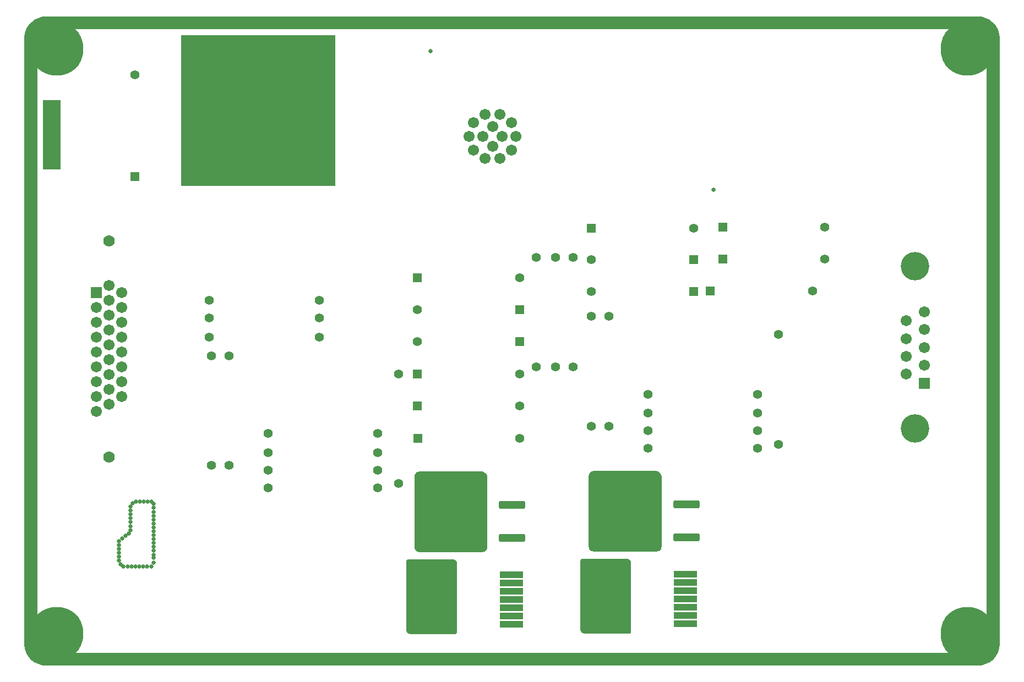
<source format=gbr>
%TF.GenerationSoftware,Altium Limited,Altium Designer,24.2.2 (26)*%
G04 Layer_Color=16711935*
%FSLAX45Y45*%
%MOMM*%
%TF.SameCoordinates,2C43E8B5-FC8E-40A2-A425-C8743FE8A27F*%
%TF.FilePolarity,Negative*%
%TF.FileFunction,Soldermask,Bot*%
%TF.Part,Single*%
G01*
G75*
%TA.AperFunction,ComponentPad*%
%ADD84C,1.42240*%
%ADD85R,1.42240X1.42240*%
%ADD86C,1.30000*%
%ADD87R,1.30000X1.30000*%
%ADD90R,1.42240X1.42240*%
%TA.AperFunction,SMDPad,CuDef*%
%ADD115R,9.91000X8.30000*%
%TA.AperFunction,NonConductor*%
%ADD126R,2.70000X10.70000*%
%ADD127R,23.80000X23.30000*%
%TA.AperFunction,ComponentPad*%
%ADD175C,1.70320*%
%ADD176C,1.40320*%
%ADD177R,1.70320X1.70320*%
%ADD178C,1.77820*%
%ADD179C,1.71120*%
%ADD180R,1.71120X1.71120*%
%ADD181C,4.36920*%
%TA.AperFunction,ViaPad*%
%ADD182C,4.20320*%
%ADD183C,8.20320*%
%ADD184C,0.65320*%
%TA.AperFunction,SMDPad,CuDef*%
G04:AMPARAMS|DCode=185|XSize=4.1332mm|YSize=1.2632mm|CornerRadius=0.3666mm|HoleSize=0mm|Usage=FLASHONLY|Rotation=180.000|XOffset=0mm|YOffset=0mm|HoleType=Round|Shape=RoundedRectangle|*
%AMROUNDEDRECTD185*
21,1,4.13320,0.53000,0,0,180.0*
21,1,3.40000,1.26320,0,0,180.0*
1,1,0.73320,-1.70000,0.26500*
1,1,0.73320,1.70000,0.26500*
1,1,0.73320,1.70000,-0.26500*
1,1,0.73320,-1.70000,-0.26500*
%
%ADD185ROUNDEDRECTD185*%
%ADD186R,6.80720X10.68320*%
%ADD187R,3.60320X1.10320*%
G36*
X12336252Y5596541D02*
X12352631Y5589757D01*
X12367371Y5579907D01*
X12379907Y5567371D01*
X12389757Y5552631D01*
X12396541Y5536252D01*
X12400000Y5518864D01*
Y5510000D01*
Y4440000D01*
Y4432121D01*
X12396925Y4416665D01*
X12390895Y4402106D01*
X12382140Y4389003D01*
X12370997Y4377860D01*
X12357894Y4369105D01*
X12343335Y4363074D01*
X12327879Y4360000D01*
X11352121D01*
X11336665Y4363074D01*
X11322106Y4369105D01*
X11309003Y4377860D01*
X11297860Y4389003D01*
X11289105Y4402106D01*
X11283074Y4416665D01*
X11280000Y4432121D01*
Y4440000D01*
Y5520000D01*
Y5527879D01*
X11283074Y5543335D01*
X11289105Y5557894D01*
X11297860Y5570997D01*
X11309003Y5582140D01*
X11322106Y5590895D01*
X11336665Y5596926D01*
X11352121Y5600000D01*
X12318864D01*
X12336252Y5596541D01*
D02*
G37*
G36*
X9657466Y5587754D02*
X9673845Y5580969D01*
X9688585Y5571120D01*
X9701121Y5558584D01*
X9710971Y5543843D01*
X9717755Y5527464D01*
X9721214Y5510076D01*
Y5501212D01*
Y4431212D01*
Y4423333D01*
X9718139Y4407877D01*
X9712109Y4393318D01*
X9703354Y4380215D01*
X9692210Y4369072D01*
X9679108Y4360317D01*
X9664549Y4354286D01*
X9649093Y4351212D01*
X8673334D01*
X8657879Y4354286D01*
X8643320Y4360317D01*
X8630217Y4369072D01*
X8619073Y4380215D01*
X8610319Y4393318D01*
X8604288Y4407877D01*
X8601214Y4423333D01*
Y4431212D01*
Y5511212D01*
Y5519091D01*
X8604288Y5534547D01*
X8610319Y5549106D01*
X8619073Y5562209D01*
X8630217Y5573352D01*
X8643320Y5582107D01*
X8657879Y5588138D01*
X8673334Y5591212D01*
X9640078D01*
X9657466Y5587754D01*
D02*
G37*
G36*
X11903987Y4240865D02*
X11920865Y4223987D01*
X11930000Y4201935D01*
Y4190000D01*
Y3130000D01*
Y3124032D01*
X11925432Y3113006D01*
X11916993Y3104567D01*
X11905967Y3100000D01*
X11213105D01*
X11199582Y3102690D01*
X11186842Y3107967D01*
X11175377Y3115627D01*
X11165627Y3125377D01*
X11157967Y3136842D01*
X11152690Y3149582D01*
X11150000Y3163105D01*
Y3170000D01*
Y4210000D01*
Y4217956D01*
X11156089Y4232658D01*
X11167341Y4243910D01*
X11182043Y4250000D01*
X11881935D01*
X11903987Y4240865D01*
D02*
G37*
G36*
X9225201Y4232078D02*
X9242079Y4215199D01*
X9251214Y4193147D01*
Y4181212D01*
Y3121212D01*
Y3115245D01*
X9246646Y3104219D01*
X9238207Y3095779D01*
X9227181Y3091212D01*
X8534319D01*
X8520796Y3093902D01*
X8508056Y3099179D01*
X8496591Y3106840D01*
X8486841Y3116590D01*
X8479180Y3128055D01*
X8473904Y3140794D01*
X8471214Y3154318D01*
Y3161212D01*
Y4201212D01*
Y4209169D01*
X8477303Y4223870D01*
X8488555Y4235123D01*
X8503257Y4241212D01*
X9203148D01*
X9225201Y4232078D01*
D02*
G37*
G36*
X17325117Y12593095D02*
X17368211Y12581549D01*
X17409431Y12564474D01*
X17448067Y12542168D01*
X17483463Y12515009D01*
X17515009Y12483461D01*
X17542169Y12448066D01*
X17564474Y12409431D01*
X17581549Y12368212D01*
X17593095Y12325118D01*
X17598920Y12280886D01*
Y12258578D01*
Y2941421D01*
Y2919115D01*
X17593095Y2874881D01*
X17581549Y2831788D01*
X17564474Y2790568D01*
X17542169Y2751932D01*
X17515009Y2716538D01*
X17483463Y2684990D01*
X17448067Y2657830D01*
X17409431Y2635525D01*
X17368211Y2618451D01*
X17325117Y2606904D01*
X17280885Y2601081D01*
X2919115D01*
X2874883Y2606904D01*
X2831788Y2618451D01*
X2790568Y2635525D01*
X2751932Y2657831D01*
X2716538Y2684990D01*
X2684990Y2716538D01*
X2657830Y2751934D01*
X2635525Y2790569D01*
X2618451Y2831788D01*
X2606904Y2874881D01*
X2601081Y2919115D01*
Y2941421D01*
Y12199999D01*
X2783322D01*
X2787405Y12199997D01*
X2796717Y12197886D01*
X2800480Y12196573D01*
X2801647Y12195764D01*
X2800941Y12196412D01*
X2801747Y12196131D01*
X2805184Y12193312D01*
X2810335Y12184681D01*
X2814184Y12175390D01*
X2814183Y12156125D01*
X2807719Y12140523D01*
X2799999Y12131519D01*
X2799997Y12131517D01*
X2799998Y12131516D01*
X2800000Y3054000D01*
X2801223Y3029103D01*
X2810937Y2980268D01*
X2829992Y2934265D01*
X2857655Y2892864D01*
X2892864Y2857655D01*
X2934265Y2829992D01*
X2980268Y2810937D01*
X3029103Y2801223D01*
X3054000Y2800000D01*
X17146001D01*
X17170895Y2801223D01*
X17219733Y2810937D01*
X17265735Y2829992D01*
X17307137Y2857655D01*
X17342345Y2892864D01*
X17370007Y2934265D01*
X17389062Y2980268D01*
X17398776Y3029103D01*
X17400000Y3054000D01*
Y12146000D01*
X17398776Y12170896D01*
X17389062Y12219732D01*
X17370007Y12265735D01*
X17342345Y12307136D01*
X17307137Y12342345D01*
X17265735Y12370008D01*
X17219733Y12389063D01*
X17170895Y12398777D01*
X17146001Y12400000D01*
X3000000D01*
X2980397Y12399037D01*
X2941943Y12391388D01*
X2905721Y12376384D01*
X2873121Y12354602D01*
X2845398Y12326879D01*
X2823616Y12294279D01*
X2808612Y12258057D01*
X2800963Y12219603D01*
X2800552Y12211240D01*
X2799926Y12209242D01*
X2794179Y12202864D01*
X2787855Y12200000D01*
X2601081D01*
X2601081Y12212699D01*
Y12280885D01*
X2606904Y12325117D01*
X2618451Y12368212D01*
X2635525Y12409431D01*
X2657831Y12448067D01*
X2684990Y12483461D01*
X2716538Y12515009D01*
X2751934Y12542169D01*
X2790569Y12564475D01*
X2831788Y12581549D01*
X2874881Y12593095D01*
X2919113Y12598919D01*
X17280885D01*
X17325117Y12593095D01*
D02*
G37*
%LPC*%
G36*
X2801647Y12195764D02*
X2806232Y12191557D01*
X2805184Y12193312D01*
X2801647Y12195764D01*
D02*
G37*
%LPD*%
D84*
X4300000Y11700000D02*
D03*
X10220000Y6100000D02*
D03*
X8648021Y7594002D02*
D03*
Y8084002D02*
D03*
X10218021Y6604002D02*
D03*
Y7094002D02*
D03*
X10218021Y8574002D02*
D03*
X11320000Y8850000D02*
D03*
X14910001Y8860000D02*
D03*
X12889999Y9340000D02*
D03*
X14910001Y9350000D02*
D03*
X11320000Y8360000D02*
D03*
X14720000Y8370000D02*
D03*
D85*
X4300000Y10130000D02*
D03*
D86*
X6182000Y11401000D02*
D03*
Y10893000D02*
D03*
X5928000Y11147000D02*
D03*
X6002395Y11326605D02*
D03*
X6361605D02*
D03*
X6002395Y10967395D02*
D03*
X6361605D02*
D03*
D87*
X6436000Y11147000D02*
D03*
D90*
X8650000Y6100000D02*
D03*
X10218021Y7594002D02*
D03*
Y8084002D02*
D03*
X8648021Y6604002D02*
D03*
Y7094002D02*
D03*
X8648021Y8574002D02*
D03*
X12889999Y8850000D02*
D03*
X13339999Y8860000D02*
D03*
X11320000Y9340000D02*
D03*
X13339999Y9350000D02*
D03*
X12889999Y8360000D02*
D03*
X13150000Y8370000D02*
D03*
D115*
X11816000Y4830000D02*
D03*
X9137214Y4821213D02*
D03*
D126*
X3025000Y10775000D02*
D03*
D127*
X6200000Y11145000D02*
D03*
D175*
X10091246Y10538397D02*
D03*
X9911246Y10407620D02*
D03*
X9688754D02*
D03*
X9508754Y10538397D02*
D03*
Y10961603D02*
D03*
X9688754Y11092380D02*
D03*
X10091246Y10961603D02*
D03*
X9911246Y11092380D02*
D03*
X9800000Y10900000D02*
D03*
Y10600000D02*
D03*
X9650000Y10750000D02*
D03*
X9440000D02*
D03*
X10160000D02*
D03*
X9950000D02*
D03*
X3704000Y8114400D02*
D03*
Y7885800D02*
D03*
Y7657200D02*
D03*
Y7428600D02*
D03*
Y7200000D02*
D03*
Y6971400D02*
D03*
Y6742800D02*
D03*
Y6514000D02*
D03*
X3902000Y8457300D02*
D03*
Y8228700D02*
D03*
Y8000100D02*
D03*
Y7771500D02*
D03*
Y7542900D02*
D03*
Y7314300D02*
D03*
Y7085700D02*
D03*
Y6857100D02*
D03*
Y6628500D02*
D03*
X4100000Y8343000D02*
D03*
Y8114400D02*
D03*
Y7885800D02*
D03*
Y7657200D02*
D03*
Y7428600D02*
D03*
Y7200000D02*
D03*
Y6971400D02*
D03*
Y6742800D02*
D03*
D176*
X5748021Y5684003D02*
D03*
Y7374003D02*
D03*
X8038021Y5614002D02*
D03*
X6348021D02*
D03*
X7135997Y7660000D02*
D03*
X5445997D02*
D03*
X5445998Y7960000D02*
D03*
X7135998D02*
D03*
X5445998Y8230001D02*
D03*
X7135998D02*
D03*
X5478021Y5684003D02*
D03*
Y7374003D02*
D03*
X8358021Y7094002D02*
D03*
Y5404002D02*
D03*
X6348021Y6174002D02*
D03*
X8038021D02*
D03*
Y5344002D02*
D03*
X6348021D02*
D03*
X8038021Y5884002D02*
D03*
X6348021D02*
D03*
X12190000Y6220000D02*
D03*
X13880000D02*
D03*
X12190000Y5950000D02*
D03*
X13880000D02*
D03*
X11320000Y6290000D02*
D03*
Y7980000D02*
D03*
X12190000Y6780000D02*
D03*
X13880000D02*
D03*
X14200000Y7700000D02*
D03*
Y6010000D02*
D03*
X11590000Y6290000D02*
D03*
Y7980000D02*
D03*
X10770000Y8890000D02*
D03*
Y7200000D02*
D03*
X11040000Y8890000D02*
D03*
Y7200000D02*
D03*
X10470000Y7200000D02*
D03*
Y8890000D02*
D03*
X13880000Y6490000D02*
D03*
X12190000D02*
D03*
D177*
X3704000Y8343000D02*
D03*
D178*
X3902000Y9145000D02*
D03*
Y5813000D02*
D03*
D179*
X16158000Y7911000D02*
D03*
Y7637000D02*
D03*
Y7363000D02*
D03*
Y7089000D02*
D03*
X16442000Y8048000D02*
D03*
Y7774000D02*
D03*
Y7500000D02*
D03*
Y7226000D02*
D03*
D180*
Y6952000D02*
D03*
D181*
X16300000Y8749500D02*
D03*
Y6250500D02*
D03*
D182*
X6978470Y10353194D02*
D03*
X5382000Y11947000D02*
D03*
D183*
X17100000Y12100000D02*
D03*
Y3100000D02*
D03*
X3100000D02*
D03*
Y12100000D02*
D03*
D184*
X8850000Y12060000D02*
D03*
X13200000Y9930000D02*
D03*
X4586600Y4261100D02*
D03*
Y4191100D02*
D03*
X4556600Y4131100D02*
D03*
X4486600D02*
D03*
X4426600D02*
D03*
X4366600D02*
D03*
X4306600D02*
D03*
X4246600D02*
D03*
X4186600D02*
D03*
X4126600D02*
D03*
X4076600Y4161100D02*
D03*
X4056600Y4221100D02*
D03*
Y4281100D02*
D03*
Y4341100D02*
D03*
Y4401100D02*
D03*
Y4461100D02*
D03*
Y4521100D02*
D03*
X4106600Y4561100D02*
D03*
X4156600Y4601100D02*
D03*
X4206600Y4641100D02*
D03*
X4236600Y4691100D02*
D03*
Y4751099D02*
D03*
Y4811100D02*
D03*
Y4871099D02*
D03*
Y4931100D02*
D03*
Y4991099D02*
D03*
Y5051100D02*
D03*
X4266600Y5101100D02*
D03*
X4316600Y5131099D02*
D03*
X4376600D02*
D03*
X4436600D02*
D03*
X4496600D02*
D03*
X4556600D02*
D03*
X4586600Y5091100D02*
D03*
Y5031100D02*
D03*
Y4971100D02*
D03*
Y4911100D02*
D03*
Y4851100D02*
D03*
Y4791100D02*
D03*
Y4731100D02*
D03*
Y4671100D02*
D03*
Y4611099D02*
D03*
Y4551100D02*
D03*
Y4491099D02*
D03*
Y4431100D02*
D03*
Y4371099D02*
D03*
Y4311100D02*
D03*
X12672544Y2753116D02*
D03*
X12547544D02*
D03*
X17032022Y12446883D02*
D03*
X16907022D02*
D03*
X16782022D02*
D03*
X16657022D02*
D03*
X16532022D02*
D03*
X16407022D02*
D03*
X16282022D02*
D03*
X16157022D02*
D03*
X16032022D02*
D03*
X15907022D02*
D03*
X15782022D02*
D03*
X15657022D02*
D03*
X15532022D02*
D03*
X15407022D02*
D03*
X15282022D02*
D03*
X15157022D02*
D03*
X15032022D02*
D03*
X14907022D02*
D03*
X14782022D02*
D03*
X14657022D02*
D03*
X14532022D02*
D03*
X14407022D02*
D03*
X14282022D02*
D03*
X14157022D02*
D03*
X14032022D02*
D03*
X13907022D02*
D03*
X13782022D02*
D03*
X13657022D02*
D03*
X13532022D02*
D03*
X13407022D02*
D03*
X13282022D02*
D03*
X13157022D02*
D03*
X13032022D02*
D03*
X12907022D02*
D03*
X12782022D02*
D03*
X12657022D02*
D03*
X12532022D02*
D03*
X12407022D02*
D03*
X12282022D02*
D03*
X12157022D02*
D03*
X12032022D02*
D03*
X11907022D02*
D03*
X11782022D02*
D03*
X11657022D02*
D03*
X11532022D02*
D03*
X11407022D02*
D03*
X11282022D02*
D03*
X11157022D02*
D03*
X11032022D02*
D03*
X10907022D02*
D03*
X10782022D02*
D03*
X10657022D02*
D03*
X10532022D02*
D03*
X10407022D02*
D03*
X10282022D02*
D03*
X10157022D02*
D03*
X10032022D02*
D03*
X9907022D02*
D03*
X9782022D02*
D03*
X9657022D02*
D03*
X9532022D02*
D03*
X9407022D02*
D03*
X9282022D02*
D03*
X9157022D02*
D03*
X9032022D02*
D03*
X8907022D02*
D03*
X8782022D02*
D03*
X8657022D02*
D03*
X8532022D02*
D03*
X8407022D02*
D03*
X8282022D02*
D03*
X8157022D02*
D03*
X8032022D02*
D03*
X7907022D02*
D03*
X7782022D02*
D03*
X7657022D02*
D03*
X7532022D02*
D03*
X7407022D02*
D03*
X7282022D02*
D03*
X7157022D02*
D03*
X7032021D02*
D03*
X6907021D02*
D03*
X6782021D02*
D03*
X6657021D02*
D03*
X6532021D02*
D03*
X6407021D02*
D03*
X6282021D02*
D03*
X6157021D02*
D03*
X6032021D02*
D03*
X5907021D02*
D03*
X5782021D02*
D03*
X5657021D02*
D03*
X5532021D02*
D03*
X5407021D02*
D03*
X5282021D02*
D03*
X5157021D02*
D03*
X5032021D02*
D03*
X4907021D02*
D03*
X4782021D02*
D03*
X4657021D02*
D03*
X4532021D02*
D03*
X4407021D02*
D03*
X4282021D02*
D03*
X4157021D02*
D03*
X4032021D02*
D03*
X3907021D02*
D03*
X3782021D02*
D03*
X3657021D02*
D03*
X3532021D02*
D03*
X3407021D02*
D03*
X3282021D02*
D03*
X3157021D02*
D03*
X3032035Y12445035D02*
D03*
X2911881Y12410566D02*
D03*
X2816573Y12329688D02*
D03*
X2762667Y12216909D02*
D03*
X2753117Y12092274D02*
D03*
Y11967274D02*
D03*
Y11842274D02*
D03*
Y11717274D02*
D03*
Y11592274D02*
D03*
Y11467274D02*
D03*
Y11342274D02*
D03*
Y11217274D02*
D03*
Y11092274D02*
D03*
Y10967274D02*
D03*
Y10842274D02*
D03*
Y10717274D02*
D03*
Y10592274D02*
D03*
Y10467274D02*
D03*
Y10342274D02*
D03*
Y10217274D02*
D03*
Y10092274D02*
D03*
Y9967274D02*
D03*
Y9842274D02*
D03*
Y9717274D02*
D03*
Y9592274D02*
D03*
Y9467274D02*
D03*
Y9342274D02*
D03*
Y9217274D02*
D03*
Y9092274D02*
D03*
Y8967274D02*
D03*
Y8842274D02*
D03*
Y8717274D02*
D03*
Y8592274D02*
D03*
Y8467274D02*
D03*
Y8342274D02*
D03*
Y8217274D02*
D03*
Y8092274D02*
D03*
Y7967274D02*
D03*
Y7842274D02*
D03*
Y7717274D02*
D03*
Y7592274D02*
D03*
Y7467274D02*
D03*
Y7342274D02*
D03*
Y7217274D02*
D03*
Y7092274D02*
D03*
Y6967274D02*
D03*
Y6842274D02*
D03*
Y6717274D02*
D03*
Y6592274D02*
D03*
Y6467274D02*
D03*
Y6342274D02*
D03*
Y6217274D02*
D03*
Y6092274D02*
D03*
Y5967274D02*
D03*
Y5842274D02*
D03*
Y5717274D02*
D03*
Y5592274D02*
D03*
Y5467274D02*
D03*
Y5342274D02*
D03*
Y5217274D02*
D03*
Y5092274D02*
D03*
Y4967274D02*
D03*
Y4842274D02*
D03*
Y4717274D02*
D03*
Y4592274D02*
D03*
Y4467274D02*
D03*
Y4342274D02*
D03*
Y4217274D02*
D03*
Y4092274D02*
D03*
Y3967274D02*
D03*
Y3842274D02*
D03*
Y3717274D02*
D03*
Y3592274D02*
D03*
Y3467274D02*
D03*
Y3342274D02*
D03*
Y3217274D02*
D03*
Y3092274D02*
D03*
X2766297Y2967971D02*
D03*
X2826653Y2858508D02*
D03*
X2925903Y2782517D02*
D03*
X3047546Y2753743D02*
D03*
X3172544Y2753116D02*
D03*
X3297544D02*
D03*
X3422544D02*
D03*
X3547544D02*
D03*
X3672544D02*
D03*
X3797544D02*
D03*
X3922544D02*
D03*
X4047544D02*
D03*
X4172544D02*
D03*
X4297544D02*
D03*
X4422544D02*
D03*
X4547544D02*
D03*
X4672544D02*
D03*
X4797544D02*
D03*
X4922544D02*
D03*
X5047544D02*
D03*
X5172544D02*
D03*
X5297544D02*
D03*
X5422544D02*
D03*
X5547544D02*
D03*
X5672544D02*
D03*
X5797544D02*
D03*
X5922544D02*
D03*
X6047544D02*
D03*
X6172544Y2753116D02*
D03*
X6297544D02*
D03*
X6422544D02*
D03*
X6547544D02*
D03*
X6672544D02*
D03*
X6797544D02*
D03*
X6922544D02*
D03*
X7047544D02*
D03*
X7172544D02*
D03*
X7297544D02*
D03*
X7422544D02*
D03*
X7547544D02*
D03*
X7672544D02*
D03*
X7797544D02*
D03*
X7922544D02*
D03*
X8047544D02*
D03*
X8172544D02*
D03*
X8297544D02*
D03*
X8422544D02*
D03*
X8547544D02*
D03*
X8672544D02*
D03*
X8797544D02*
D03*
X8922544D02*
D03*
X9047544Y2753116D02*
D03*
X9172544D02*
D03*
X9297544D02*
D03*
X9422544D02*
D03*
X9547544D02*
D03*
X9672544D02*
D03*
X9797544D02*
D03*
X9922544D02*
D03*
X10047544D02*
D03*
X10172544D02*
D03*
X10297544D02*
D03*
X10422544D02*
D03*
X10547544D02*
D03*
X10672544D02*
D03*
X10797544D02*
D03*
X10922544D02*
D03*
X11047544D02*
D03*
X11172544D02*
D03*
X11297544D02*
D03*
X11422544D02*
D03*
X11547544D02*
D03*
X11672544D02*
D03*
X11797544D02*
D03*
X11922544Y2753116D02*
D03*
X12047544D02*
D03*
X12172544D02*
D03*
X12297544D02*
D03*
X12422544D02*
D03*
X12797544D02*
D03*
X12922543D02*
D03*
X13047543D02*
D03*
X13172543D02*
D03*
X13297543D02*
D03*
X13422543D02*
D03*
X13547543D02*
D03*
X13672543D02*
D03*
X13797543D02*
D03*
X13922543D02*
D03*
X14047543D02*
D03*
X14172543D02*
D03*
X14297543D02*
D03*
X14422543D02*
D03*
X14547543D02*
D03*
X14672543D02*
D03*
X14797543Y2753117D02*
D03*
X14922543D02*
D03*
X15047543D02*
D03*
X15172543D02*
D03*
X15297543D02*
D03*
X15422543D02*
D03*
X15547543D02*
D03*
X15672543D02*
D03*
X15797543D02*
D03*
X15922543D02*
D03*
X16047543D02*
D03*
X16172543D02*
D03*
X16297543D02*
D03*
X16422543D02*
D03*
X16547545D02*
D03*
X16672545D02*
D03*
X16797545D02*
D03*
X16922545D02*
D03*
X17047545D02*
D03*
X17172525Y2755324D02*
D03*
X17292068Y2791854D02*
D03*
X17386433Y2873831D02*
D03*
X17438396Y2987519D02*
D03*
X17446883Y3112231D02*
D03*
Y3237231D02*
D03*
Y3362231D02*
D03*
Y3487231D02*
D03*
Y3612231D02*
D03*
Y3737231D02*
D03*
Y3862231D02*
D03*
Y3987231D02*
D03*
Y4112231D02*
D03*
Y4237231D02*
D03*
Y4362231D02*
D03*
Y4487231D02*
D03*
Y4612231D02*
D03*
Y4737231D02*
D03*
Y4862231D02*
D03*
Y4987231D02*
D03*
Y5112231D02*
D03*
Y5237231D02*
D03*
Y5362231D02*
D03*
Y5487231D02*
D03*
Y5612231D02*
D03*
Y5737231D02*
D03*
Y5862231D02*
D03*
Y5987231D02*
D03*
Y6112231D02*
D03*
Y6237231D02*
D03*
Y6362231D02*
D03*
Y6487231D02*
D03*
Y6612231D02*
D03*
Y6737231D02*
D03*
Y6862231D02*
D03*
Y6987231D02*
D03*
Y7112231D02*
D03*
Y7237231D02*
D03*
Y7362231D02*
D03*
Y7487231D02*
D03*
Y7612231D02*
D03*
Y7737231D02*
D03*
Y7862231D02*
D03*
Y7987231D02*
D03*
Y8112231D02*
D03*
Y8237231D02*
D03*
Y8362231D02*
D03*
Y8487231D02*
D03*
Y8612231D02*
D03*
Y8737231D02*
D03*
Y8862231D02*
D03*
Y8987231D02*
D03*
Y9112231D02*
D03*
Y9237231D02*
D03*
Y9362231D02*
D03*
Y9487231D02*
D03*
Y9612231D02*
D03*
Y9737231D02*
D03*
Y9862231D02*
D03*
Y9987231D02*
D03*
Y10112231D02*
D03*
Y10237231D02*
D03*
Y10362231D02*
D03*
Y10487231D02*
D03*
Y10612231D02*
D03*
Y10737231D02*
D03*
Y10862231D02*
D03*
Y10987231D02*
D03*
Y11112231D02*
D03*
Y11237231D02*
D03*
Y11362231D02*
D03*
Y11487231D02*
D03*
Y11612231D02*
D03*
Y11737231D02*
D03*
Y11862231D02*
D03*
Y11987231D02*
D03*
Y12112231D02*
D03*
X17432646Y12236417D02*
D03*
X17370471Y12344857D02*
D03*
X17269974Y12419189D02*
D03*
X17147990Y12446487D02*
D03*
D185*
X12783000Y4576000D02*
D03*
Y5084000D02*
D03*
X10104214Y4567213D02*
D03*
Y5075213D02*
D03*
D186*
X11580100Y3630001D02*
D03*
X8901314Y3621213D02*
D03*
D187*
X12768500Y4011001D02*
D03*
Y3884001D02*
D03*
Y3757001D02*
D03*
Y3630001D02*
D03*
Y3503001D02*
D03*
Y3376001D02*
D03*
Y3249001D02*
D03*
X10089714Y3240213D02*
D03*
Y3367213D02*
D03*
Y3494213D02*
D03*
Y3621213D02*
D03*
Y3748213D02*
D03*
Y3875213D02*
D03*
Y4002213D02*
D03*
%TF.MD5,8fd1aae1a5bbc17586ebcde6998cbe5f*%
M02*

</source>
